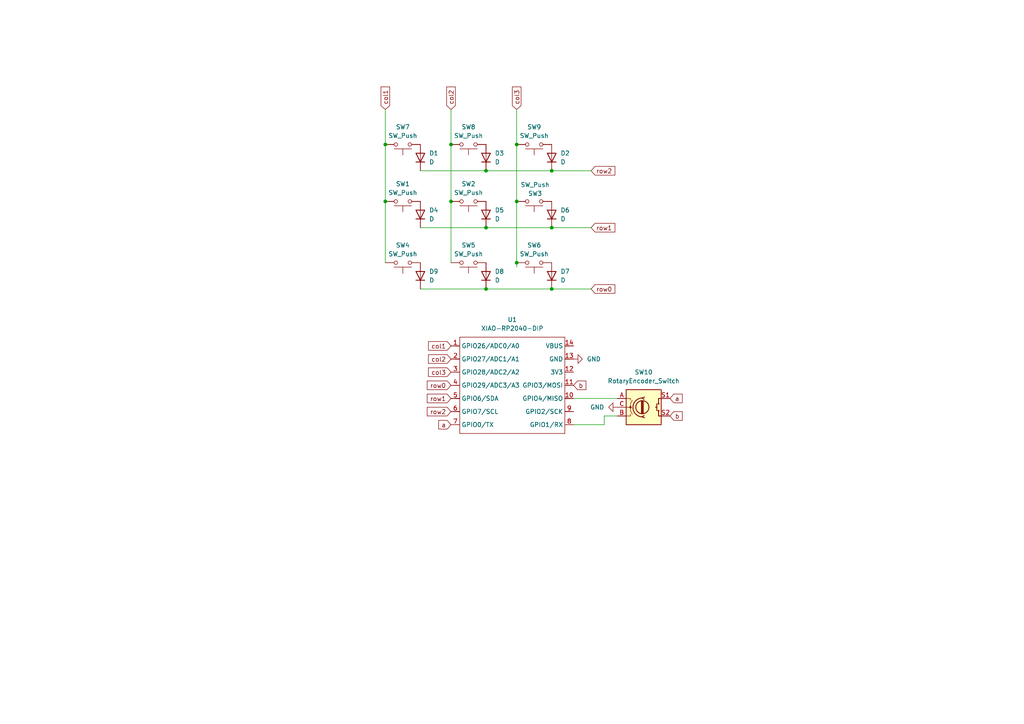
<source format=kicad_sch>
(kicad_sch (version 20250114) (generator "eeschema") (generator_version "9.0")
  (paper "A4")
  (lib_symbols
    (symbol "Device:D" (pin_numbers (hide yes)) (pin_names (offset 1.016) (hide yes))
      (property "Reference" "D" (at 0 2.54 0))
      (property "Value" "D" (at 0 -2.54 0))
      (symbol "D_0_1"
        (polyline (pts (xy -1.27 1.27) (xy -1.27 -1.27)) (stroke (width 0.254)))
        (polyline (pts (xy 1.27 1.27) (xy 1.27 -1.27) (xy -1.27 0) (xy 1.27 1.27)) (stroke (width 0.254)))
        (polyline (pts (xy 1.27 0) (xy -1.27 0)))
      )
      (symbol "D_1_1"
        (pin passive line (at -3.81 0 0) (length 2.54) (name "K") (number "1"))
        (pin passive line (at 3.81 0 180) (length 2.54) (name "A") (number "2"))
      )
    )
    (symbol "Device:RotaryEncoder_Switch" (pin_names (offset 0.254) (hide yes))
      (property "Reference" "SW" (at 0 6.604 0))
      (property "Value" "RotaryEncoder_Switch" (at 0 -6.604 0))
      (symbol "RotaryEncoder_Switch_0_1"
        (rectangle (start -5.08 5.08) (end 5.08 -5.08) (stroke (width 0.254)) (fill (type background)))
        (polyline (pts (xy -5.08 2.54) (xy -3.81 2.54) (xy -3.81 2.032)))
        (polyline (pts (xy -5.08 0) (xy -3.81 0) (xy -3.81 -1.016) (xy -3.302 -2.032)))
        (polyline (pts (xy -5.08 -2.54) (xy -3.81 -2.54) (xy -3.81 -2.032)))
        (polyline (pts (xy -4.318 0) (xy -3.81 0) (xy -3.81 1.016) (xy -3.302 2.032)))
        (circle (center -3.81 0) (radius 0.254) (fill (type outline)))
        (polyline (pts (xy -0.635 -1.778) (xy -0.635 1.778)) (stroke (width 0.254)))
        (circle (center -0.381 0) (radius 1.905) (stroke (width 0.254)))
        (polyline (pts (xy -0.381 -1.778) (xy -0.381 1.778)) (stroke (width 0.254)))
        (arc (start -0.381 -2.794) (mid -3.0988 -0.0635) (end -0.381 2.667) (stroke (width 0.254)))
        (polyline (pts (xy -0.127 1.778) (xy -0.127 -1.778)) (stroke (width 0.254)))
        (polyline (pts (xy 0.254 2.921) (xy -0.508 2.667) (xy 0.127 2.286)) (stroke (width 0.254)))
        (polyline (pts (xy 0.254 -3.048) (xy -0.508 -2.794) (xy 0.127 -2.413)) (stroke (width 0.254)))
        (polyline (pts (xy 3.81 1.016) (xy 3.81 -1.016)) (stroke (width 0.254)))
        (polyline (pts (xy 3.81 0) (xy 3.429 0)) (stroke (width 0.254)))
        (circle (center 4.318 1.016) (radius 0.127) (stroke (width 0.254)))
        (circle (center 4.318 -1.016) (radius 0.127) (stroke (width 0.254)))
        (polyline (pts (xy 5.08 2.54) (xy 4.318 2.54) (xy 4.318 1.016)) (stroke (width 0.254)))
        (polyline (pts (xy 5.08 -2.54) (xy 4.318 -2.54) (xy 4.318 -1.016)) (stroke (width 0.254)))
      )
      (symbol "RotaryEncoder_Switch_1_1"
        (pin passive line (at -7.62 2.54 0) (length 2.54) (name "A") (number "A"))
        (pin passive line (at -7.62 0 0) (length 2.54) (name "C") (number "C"))
        (pin passive line (at -7.62 -2.54 0) (length 2.54) (name "B") (number "B"))
        (pin passive line (at 7.62 2.54 180) (length 2.54) (name "S1") (number "S1"))
        (pin passive line (at 7.62 -2.54 180) (length 2.54) (name "S2") (number "S2"))
      )
    )
    (symbol "Seeed_Studio_XIAO_Series:XIAO-RP2040-DIP"
      (property "Reference" "U" (at 0 0 0))
      (property "Value" "XIAO-RP2040-DIP" (at 5.334 -1.778 0))
      (symbol "XIAO-RP2040-DIP_1_0"
        (polyline (pts (xy -1.27 -2.54) (xy 29.21 -2.54)) (stroke (width 0.1524)))
        (polyline (pts (xy -1.27 -5.08) (xy -2.54 -5.08)) (stroke (width 0.1524)))
        (polyline (pts (xy -1.27 -5.08) (xy -1.27 -2.54)) (stroke (width 0.1524)))
        (polyline (pts (xy -1.27 -8.89) (xy -2.54 -8.89)) (stroke (width 0.1524)))
        (polyline (pts (xy -1.27 -8.89) (xy -1.27 -5.08)) (stroke (width 0.1524)))
        (polyline (pts (xy -1.27 -12.7) (xy -2.54 -12.7)) (stroke (width 0.1524)))
        (polyline (pts (xy -1.27 -12.7) (xy -1.27 -8.89)) (stroke (width 0.1524)))
        (polyline (pts (xy -1.27 -16.51) (xy -2.54 -16.51)) (stroke (width 0.1524)))
        (polyline (pts (xy -1.27 -16.51) (xy -1.27 -12.7)) (stroke (width 0.1524)))
        (polyline (pts (xy -1.27 -20.32) (xy -2.54 -20.32)) (stroke (width 0.1524)))
        (polyline (pts (xy -1.27 -24.13) (xy -2.54 -24.13)) (stroke (width 0.1524)))
        (polyline (pts (xy -1.27 -27.94) (xy -2.54 -27.94)) (stroke (width 0.1524)))
        (polyline (pts (xy -1.27 -30.48) (xy -1.27 -16.51)) (stroke (width 0.1524)))
        (polyline (pts (xy 29.21 -2.54) (xy 29.21 -5.08)) (stroke (width 0.1524)))
        (polyline (pts (xy 29.21 -5.08) (xy 29.21 -8.89)) (stroke (width 0.1524)))
        (polyline (pts (xy 29.21 -8.89) (xy 29.21 -12.7)) (stroke (width 0.1524)))
        (polyline (pts (xy 29.21 -12.7) (xy 29.21 -30.48)) (stroke (width 0.1524)))
        (polyline (pts (xy 29.21 -30.48) (xy -1.27 -30.48)) (stroke (width 0.1524)))
        (polyline (pts (xy 30.48 -5.08) (xy 29.21 -5.08)) (stroke (width 0.1524)))
        (polyline (pts (xy 30.48 -8.89) (xy 29.21 -8.89)) (stroke (width 0.1524)))
        (polyline (pts (xy 30.48 -12.7) (xy 29.21 -12.7)) (stroke (width 0.1524)))
        (polyline (pts (xy 30.48 -16.51) (xy 29.21 -16.51)) (stroke (width 0.1524)))
        (polyline (pts (xy 30.48 -20.32) (xy 29.21 -20.32)) (stroke (width 0.1524)))
        (polyline (pts (xy 30.48 -24.13) (xy 29.21 -24.13)) (stroke (width 0.1524)))
        (polyline (pts (xy 30.48 -27.94) (xy 29.21 -27.94)) (stroke (width 0.1524)))
        (pin passive line (at -3.81 -5.08 0) (length 2.54) (name "GPIO26/ADC0/A0") (number "1"))
        (pin passive line (at -3.81 -8.89 0) (length 2.54) (name "GPIO27/ADC1/A1") (number "2"))
        (pin passive line (at -3.81 -12.7 0) (length 2.54) (name "GPIO28/ADC2/A2") (number "3"))
        (pin passive line (at -3.81 -16.51 0) (length 2.54) (name "GPIO29/ADC3/A3") (number "4"))
        (pin passive line (at -3.81 -20.32 0) (length 2.54) (name "GPIO6/SDA") (number "5"))
        (pin passive line (at -3.81 -24.13 0) (length 2.54) (name "GPIO7/SCL") (number "6"))
        (pin passive line (at -3.81 -27.94 0) (length 2.54) (name "GPIO0/TX") (number "7"))
        (pin passive line (at 31.75 -5.08 180) (length 2.54) (name "VBUS") (number "14"))
        (pin passive line (at 31.75 -8.89 180) (length 2.54) (name "GND") (number "13"))
        (pin passive line (at 31.75 -12.7 180) (length 2.54) (name "3V3") (number "12"))
        (pin passive line (at 31.75 -16.51 180) (length 2.54) (name "GPIO3/MOSI") (number "11"))
        (pin passive line (at 31.75 -20.32 180) (length 2.54) (name "GPIO4/MISO") (number "10"))
        (pin passive line (at 31.75 -24.13 180) (length 2.54) (name "GPIO2/SCK") (number "9"))
        (pin passive line (at 31.75 -27.94 180) (length 2.54) (name "GPIO1/RX") (number "8"))
      )
    )
    (symbol "Switch:SW_Push" (pin_numbers (hide yes)) (pin_names (offset 1.016) (hide yes))
      (property "Reference" "SW" (at 1.27 2.54 0))
      (property "Value" "SW_Push" (at 0 -1.524 0))
      (symbol "SW_Push_0_1"
        (circle (center -2.032 0) (radius 0.508))
        (polyline (pts (xy 0 1.27) (xy 0 3.048)))
        (circle (center 2.032 0) (radius 0.508))
        (polyline (pts (xy 2.54 1.27) (xy -2.54 1.27)))
        (pin passive line (at -5.08 0 0) (length 2.54) (name "1") (number "1"))
        (pin passive line (at 5.08 0 180) (length 2.54) (name "2") (number "2"))
      )
    )
    (symbol "power:GND" (power) (pin_numbers (hide yes)) (pin_names (offset 0) (hide yes))
      (property "Value" "GND" (at 0 -3.81 0))
      (symbol "GND_0_1"
        (polyline (pts (xy 0 0) (xy 0 -1.27) (xy 1.27 -1.27) (xy 0 -2.54) (xy -1.27 -1.27) (xy 0 -1.27)))
      )
      (symbol "GND_1_1"
        (pin power_in line (at 0 0 270) (length 0) (name "~") (number "1"))
      )
    )
  )
  (junction (at 140.97 49.53))
  (junction (at 140.97 83.82))
  (junction (at 149.86 58.42))
  (junction (at 130.81 41.91))
  (junction (at 111.76 41.91))
  (junction (at 160.02 66.04))
  (junction (at 149.86 76.2))
  (junction (at 140.97 66.04))
  (junction (at 160.02 49.53))
  (junction (at 130.81 58.42))
  (junction (at 160.02 83.82))
  (junction (at 149.86 41.91))
  (junction (at 111.76 58.42))
  (wire (pts (xy 140.97 49.53) (xy 160.02 49.53)))
  (wire (pts (xy 111.76 58.42) (xy 111.76 76.2)))
  (wire (pts (xy 175.26 123.19) (xy 166.37 123.19)))
  (wire (pts (xy 130.81 41.91) (xy 130.81 58.42)))
  (wire (pts (xy 166.37 115.57) (xy 179.07 115.57)))
  (wire (pts (xy 175.26 120.65) (xy 175.26 123.19)))
  (wire (pts (xy 160.02 49.53) (xy 171.45 49.53)))
  (wire (pts (xy 130.81 58.42) (xy 130.81 76.2)))
  (wire (pts (xy 160.02 83.82) (xy 171.45 83.82)))
  (wire (pts (xy 140.97 66.04) (xy 160.02 66.04)))
  (wire (pts (xy 130.81 31.75) (xy 130.81 41.91)))
  (wire (pts (xy 160.02 66.04) (xy 171.45 66.04)))
  (wire (pts (xy 140.97 83.82) (xy 160.02 83.82)))
  (wire (pts (xy 111.76 41.91) (xy 111.76 58.42)))
  (wire (pts (xy 149.86 31.75) (xy 149.86 41.91)))
  (wire (pts (xy 121.92 66.04) (xy 140.97 66.04)))
  (wire (pts (xy 121.92 49.53) (xy 140.97 49.53)))
  (wire (pts (xy 121.92 83.82) (xy 140.97 83.82)))
  (wire (pts (xy 179.07 120.65) (xy 175.26 120.65)))
  (wire (pts (xy 149.86 58.42) (xy 149.86 76.2)))
  (wire (pts (xy 149.86 41.91) (xy 149.86 58.42)))
  (wire (pts (xy 111.76 31.75) (xy 111.76 41.91)))
  (wire (pts (xy 149.86 76.2) (xy 149.86 77.47)))
  (global_label "a" (shape input) (at 194.31 115.57 0) (property "Intersheetrefs" "${INTERSHEET_REFS}" (effects (hide yes))))
  (global_label "row0" (shape input) (at 130.81 111.76 180) (property "Intersheetrefs" "${INTERSHEET_REFS}" (effects (hide yes))))
  (global_label "row0" (shape input) (at 171.45 83.82 0) (property "Intersheetrefs" "${INTERSHEET_REFS}" (effects (hide yes))))
  (global_label "col3" (shape input) (at 149.86 31.75 90) (property "Intersheetrefs" "${INTERSHEET_REFS}" (effects (hide yes))))
  (global_label "row2" (shape input) (at 171.45 49.53 0) (property "Intersheetrefs" "${INTERSHEET_REFS}" (effects (hide yes))))
  (global_label "col2" (shape input) (at 130.81 104.14 180) (property "Intersheetrefs" "${INTERSHEET_REFS}" (effects (hide yes))))
  (global_label "row1" (shape input) (at 130.81 115.57 180) (property "Intersheetrefs" "${INTERSHEET_REFS}" (effects (hide yes))))
  (global_label "row2" (shape input) (at 130.81 119.38 180) (property "Intersheetrefs" "${INTERSHEET_REFS}" (effects (hide yes))))
  (global_label "col1" (shape input) (at 130.81 100.33 180) (property "Intersheetrefs" "${INTERSHEET_REFS}" (effects (hide yes))))
  (global_label "a" (shape input) (at 130.81 123.19 180) (property "Intersheetrefs" "${INTERSHEET_REFS}" (effects (hide yes))))
  (global_label "col3" (shape input) (at 130.81 107.95 180) (property "Intersheetrefs" "${INTERSHEET_REFS}" (effects (hide yes))))
  (global_label "b" (shape input) (at 194.31 120.65 0) (property "Intersheetrefs" "${INTERSHEET_REFS}" (effects (hide yes))))
  (global_label "b" (shape input) (at 166.37 111.76 0) (property "Intersheetrefs" "${INTERSHEET_REFS}" (effects (hide yes))))
  (global_label "col1" (shape input) (at 111.76 31.75 90) (property "Intersheetrefs" "${INTERSHEET_REFS}" (effects (hide yes))))
  (global_label "row1" (shape input) (at 171.45 66.04 0) (property "Intersheetrefs" "${INTERSHEET_REFS}" (effects (hide yes))))
  (global_label "col2" (shape input) (at 130.81 31.75 90) (property "Intersheetrefs" "${INTERSHEET_REFS}" (effects (hide yes))))
  (symbol (lib_id "Device:RotaryEncoder_Switch") (at 186.69 118.11 0) (unit 1)
    (property "Reference" "SW10" (at 186.69 107.95 0))
    (property "Value" "RotaryEncoder_Switch" (at 186.69 110.49 0))
    (property "Description" "Rotary encoder, dual channel, incremental quadrate outputs, with switch" (effects (hide yes)))
  )
  (symbol (lib_id "power:GND") (at 166.37 104.14 90) (unit 1)
    (property "Reference" "#PWR02" (effects (hide yes)))
    (property "Value" "GND" (at 170.18 104.1399 90) (effects (justify right)))
    (property "Description" "Power symbol creates a global label with name \"GND\" , ground" (effects (hide yes)))
  )
  (symbol (lib_id "Switch:SW_Push") (at 135.89 58.42 180) (unit 1)
    (property "Reference" "SW2" (at 135.89 53.34 0))
    (property "Value" "SW_Push" (at 135.89 55.88 0))
    (property "Footprint" "Button_Switch_Keyboard:SW_Cherry_MX_1.00u_PCB" (effects (hide yes)))
    (property "Description" "Push button switch, generic, two pins" (effects (hide yes)))
  )
  (symbol (lib_id "Device:D") (at 121.92 80.01 90) (unit 1)
    (property "Reference" "D9" (at 124.46 78.7399 90) (effects (justify right)))
    (property "Value" "D" (at 124.46 81.2799 90) (effects (justify right)))
    (property "Footprint" "Diode_THT:D_T-1_P5.08mm_Horizontal" (effects (hide yes)))
    (property "Description" "Diode" (effects (hide yes)))
    (property "Sim.Device" "D" (effects (hide yes)))
    (property "Sim.Pins" "1=K 2=A" (effects (hide yes)))
  )
  (symbol (lib_id "Device:D") (at 140.97 80.01 90) (unit 1)
    (property "Reference" "D8" (at 143.51 78.7399 90) (effects (justify right)))
    (property "Value" "D" (at 143.51 81.2799 90) (effects (justify right)))
    (property "Footprint" "Diode_THT:D_T-1_P5.08mm_Horizontal" (effects (hide yes)))
    (property "Description" "Diode" (effects (hide yes)))
    (property "Sim.Device" "D" (effects (hide yes)))
    (property "Sim.Pins" "1=K 2=A" (effects (hide yes)))
  )
  (symbol (lib_id "Device:D") (at 140.97 45.72 90) (unit 1)
    (property "Reference" "D3" (at 143.51 44.4499 90) (effects (justify right)))
    (property "Value" "D" (at 143.51 46.9899 90) (effects (justify right)))
    (property "Footprint" "Diode_THT:D_T-1_P5.08mm_Horizontal" (effects (hide yes)))
    (property "Description" "Diode" (effects (hide yes)))
    (property "Sim.Device" "D" (effects (hide yes)))
    (property "Sim.Pins" "1=K 2=A" (effects (hide yes)))
  )
  (symbol (lib_id "Device:D") (at 121.92 62.23 90) (unit 1)
    (property "Reference" "D4" (at 124.46 60.9599 90) (effects (justify right)))
    (property "Value" "D" (at 124.46 63.4999 90) (effects (justify right)))
    (property "Footprint" "Diode_THT:D_T-1_P5.08mm_Horizontal" (effects (hide yes)))
    (property "Description" "Diode" (effects (hide yes)))
    (property "Sim.Device" "D" (effects (hide yes)))
    (property "Sim.Pins" "1=K 2=A" (effects (hide yes)))
  )
  (symbol (lib_id "power:GND") (at 179.07 118.11 270) (unit 1)
    (property "Reference" "#PWR01" (effects (hide yes)))
    (property "Value" "GND" (at 175.26 118.1099 90) (effects (justify right)))
    (property "Description" "Power symbol creates a global label with name \"GND\" , ground" (effects (hide yes)))
  )
  (symbol (lib_id "Switch:SW_Push") (at 116.84 76.2 180) (unit 1)
    (property "Reference" "SW4" (at 116.84 71.12 0))
    (property "Value" "SW_Push" (at 116.84 73.66 0))
    (property "Footprint" "Button_Switch_Keyboard:SW_Cherry_MX_1.00u_PCB" (effects (hide yes)))
    (property "Description" "Push button switch, generic, two pins" (effects (hide yes)))
  )
  (symbol (lib_id "Switch:SW_Push") (at 154.94 76.2 180) (unit 1)
    (property "Reference" "SW6" (at 154.94 71.12 0))
    (property "Value" "SW_Push" (at 154.94 73.66 0))
    (property "Footprint" "Button_Switch_Keyboard:SW_Cherry_MX_1.00u_PCB" (effects (hide yes)))
    (property "Description" "Push button switch, generic, two pins" (effects (hide yes)))
  )
  (symbol (lib_id "Device:D") (at 121.92 45.72 90) (unit 1)
    (property "Reference" "D1" (at 124.46 44.4499 90) (effects (justify right)))
    (property "Value" "D" (at 124.46 46.9899 90) (effects (justify right)))
    (property "Footprint" "Diode_THT:D_T-1_P5.08mm_Horizontal" (effects (hide yes)))
    (property "Description" "Diode" (effects (hide yes)))
    (property "Sim.Device" "D" (effects (hide yes)))
    (property "Sim.Pins" "1=K 2=A" (effects (hide yes)))
  )
  (symbol (lib_id "Switch:SW_Push") (at 135.89 41.91 180) (unit 1)
    (property "Reference" "SW8" (at 135.89 36.83 0))
    (property "Value" "SW_Push" (at 135.89 39.37 0))
    (property "Footprint" "Button_Switch_Keyboard:SW_Cherry_MX_1.00u_PCB" (effects (hide yes)))
    (property "Description" "Push button switch, generic, two pins" (effects (hide yes)))
  )
  (symbol (lib_id "Switch:SW_Push") (at 135.89 76.2 0) (mirror x) (unit 1)
    (property "Reference" "SW5" (at 135.89 71.12 0))
    (property "Value" "SW_Push" (at 135.89 73.66 0))
    (property "Footprint" "Button_Switch_Keyboard:SW_Cherry_MX_1.00u_PCB" (effects (hide yes)))
    (property "Description" "Push button switch, generic, two pins" (effects (hide yes)))
  )
  (symbol (lib_id "Switch:SW_Push") (at 116.84 58.42 180) (unit 1)
    (property "Reference" "SW1" (at 116.84 53.34 0))
    (property "Value" "SW_Push" (at 116.84 55.88 0))
    (property "Footprint" "Button_Switch_Keyboard:SW_Cherry_MX_1.00u_PCB" (effects (hide yes)))
    (property "Description" "Push button switch, generic, two pins" (effects (hide yes)))
  )
  (symbol (lib_id "Switch:SW_Push") (at 154.94 41.91 180) (unit 1)
    (property "Reference" "SW9" (at 154.94 36.83 0))
    (property "Value" "SW_Push" (at 154.94 39.37 0))
    (property "Footprint" "Button_Switch_Keyboard:SW_Cherry_MX_1.00u_PCB" (effects (hide yes)))
    (property "Description" "Push button switch, generic, two pins" (effects (hide yes)))
  )
  (symbol (lib_id "Device:D") (at 160.02 80.01 90) (unit 1)
    (property "Reference" "D7" (at 162.56 78.7399 90) (effects (justify right)))
    (property "Value" "D" (at 162.56 81.2799 90) (effects (justify right)))
    (property "Footprint" "Diode_THT:D_T-1_P5.08mm_Horizontal" (effects (hide yes)))
    (property "Description" "Diode" (effects (hide yes)))
    (property "Sim.Device" "D" (effects (hide yes)))
    (property "Sim.Pins" "1=K 2=A" (effects (hide yes)))
  )
  (symbol (lib_id "Switch:SW_Push") (at 116.84 41.91 180) (unit 1)
    (property "Reference" "SW7" (at 116.84 36.83 0))
    (property "Value" "SW_Push" (at 116.84 39.37 0))
    (property "Footprint" "Button_Switch_Keyboard:SW_Cherry_MX_1.00u_PCB" (effects (hide yes)))
    (property "Description" "Push button switch, generic, two pins" (effects (hide yes)))
  )
  (symbol (lib_id "Seeed_Studio_XIAO_Series:XIAO-RP2040-DIP") (at 134.62 95.25 0) (unit 1)
    (property "Reference" "U1" (at 148.59 92.71 0))
    (property "Value" "XIAO-RP2040-DIP" (at 148.59 95.25 0))
    (property "Footprint" "KiCad:XIAO-RP2040-DIP" (effects (hide yes)))
  )
  (symbol (lib_id "Device:D") (at 160.02 62.23 90) (unit 1)
    (property "Reference" "D6" (at 162.56 60.9599 90) (effects (justify right)))
    (property "Value" "D" (at 162.56 63.4999 90) (effects (justify right)))
    (property "Footprint" "Diode_THT:D_T-1_P5.08mm_Horizontal" (effects (hide yes)))
    (property "Description" "Diode" (effects (hide yes)))
    (property "Sim.Device" "D" (effects (hide yes)))
    (property "Sim.Pins" "1=K 2=A" (effects (hide yes)))
  )
  (symbol (lib_id "Device:D") (at 160.02 45.72 90) (unit 1)
    (property "Reference" "D2" (at 162.56 44.4499 90) (effects (justify right)))
    (property "Value" "D" (at 162.56 46.9899 90) (effects (justify right)))
    (property "Footprint" "Diode_THT:D_T-1_P5.08mm_Horizontal" (effects (hide yes)))
    (property "Description" "Diode" (effects (hide yes)))
    (property "Sim.Device" "D" (effects (hide yes)))
    (property "Sim.Pins" "1=K 2=A" (effects (hide yes)))
  )
  (symbol (lib_id "Device:D") (at 140.97 62.23 90) (unit 1)
    (property "Reference" "D5" (at 143.51 60.9599 90) (effects (justify right)))
    (property "Value" "D" (at 143.51 63.4999 90) (effects (justify right)))
    (property "Footprint" "Diode_THT:D_T-1_P5.08mm_Horizontal" (effects (hide yes)))
    (property "Description" "Diode" (effects (hide yes)))
    (property "Sim.Device" "D" (effects (hide yes)))
    (property "Sim.Pins" "1=K 2=A" (effects (hide yes)))
  )
  (symbol (lib_id "Switch:SW_Push") (at 154.94 58.42 180) (unit 1)
    (property "Reference" "SW3" (at 155.194 56.134 0))
    (property "Value" "SW_Push" (at 155.194 53.594 0))
    (property "Footprint" "Button_Switch_Keyboard:SW_Cherry_MX_1.00u_PCB" (effects (hide yes)))
    (property "Description" "Push button switch, generic, two pins" (effects (hide yes)))
  )
)
</source>
